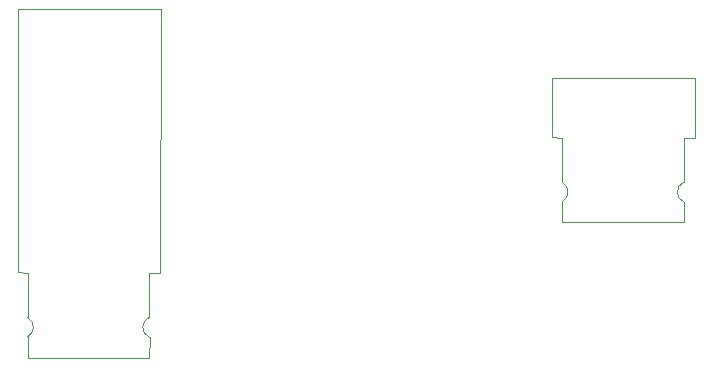
<source format=gbr>
%TF.GenerationSoftware,KiCad,Pcbnew,7.0.10*%
%TF.CreationDate,2024-04-30T13:39:10-04:00*%
%TF.ProjectId,Lego Connector 2,4c65676f-2043-46f6-9e6e-6563746f7220,rev?*%
%TF.SameCoordinates,Original*%
%TF.FileFunction,Profile,NP*%
%FSLAX46Y46*%
G04 Gerber Fmt 4.6, Leading zero omitted, Abs format (unit mm)*
G04 Created by KiCad (PCBNEW 7.0.10) date 2024-04-30 13:39:10*
%MOMM*%
%LPD*%
G01*
G04 APERTURE LIST*
%TA.AperFunction,Profile*%
%ADD10C,0.100000*%
%TD*%
G04 APERTURE END LIST*
D10*
X121305902Y-77283749D02*
X131615902Y-77293749D01*
X132555902Y-70113749D02*
X131610593Y-70103749D01*
X121307487Y-75520005D02*
G75*
G03*
X121298136Y-73900883I-419195J807167D01*
G01*
X121307460Y-75519954D02*
X121305902Y-77283749D01*
X131615902Y-77293749D02*
X131627553Y-75562686D01*
X131614276Y-73868367D02*
G75*
G03*
X131627553Y-75562686I349716J-844471D01*
G01*
X132551992Y-65066738D02*
X132555902Y-70113749D01*
X121298136Y-73900883D02*
X121301211Y-70103749D01*
X120455902Y-70083749D02*
X120451992Y-65056738D01*
X120451992Y-65056738D02*
X132551992Y-65066738D01*
X121301211Y-70103749D02*
X120455902Y-70083749D01*
X131614254Y-73868313D02*
X131610593Y-70103749D01*
X76043478Y-88727718D02*
X86353478Y-88737718D01*
X86353478Y-88737718D02*
X86365129Y-87006655D01*
X87365000Y-59210000D02*
X87293478Y-81557718D01*
X76045037Y-86963925D02*
G75*
G03*
X76035712Y-85344852I-419289J807148D01*
G01*
X86351830Y-85312282D02*
X86348169Y-81547718D01*
X76036103Y-81553033D02*
X75193478Y-81527718D01*
X86351853Y-85312337D02*
G75*
G03*
X86365129Y-87006654I349725J-844470D01*
G01*
X76045036Y-86963923D02*
X76043478Y-88727718D01*
X75193478Y-81527718D02*
X75235000Y-59190000D01*
X87293478Y-81557718D02*
X86348169Y-81547718D01*
X76035712Y-85344852D02*
X76036103Y-81553033D01*
X75235000Y-59190000D02*
X87365000Y-59210000D01*
M02*

</source>
